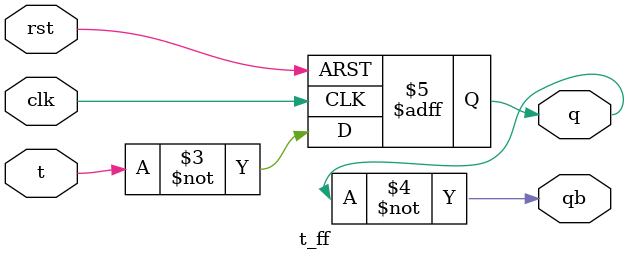
<source format=v>
module t_ff(clk,rst,t,q,qb);
input wire clk,rst,t;
output reg q;
output wire qb;

always @(posedge clk or negedge rst) begin
    if (rst==1'b0) begin
        q <= 1'b0;
    end
    else begin
        q <= ~t;
    end
end
assign qb = ~q;
endmodule

</source>
